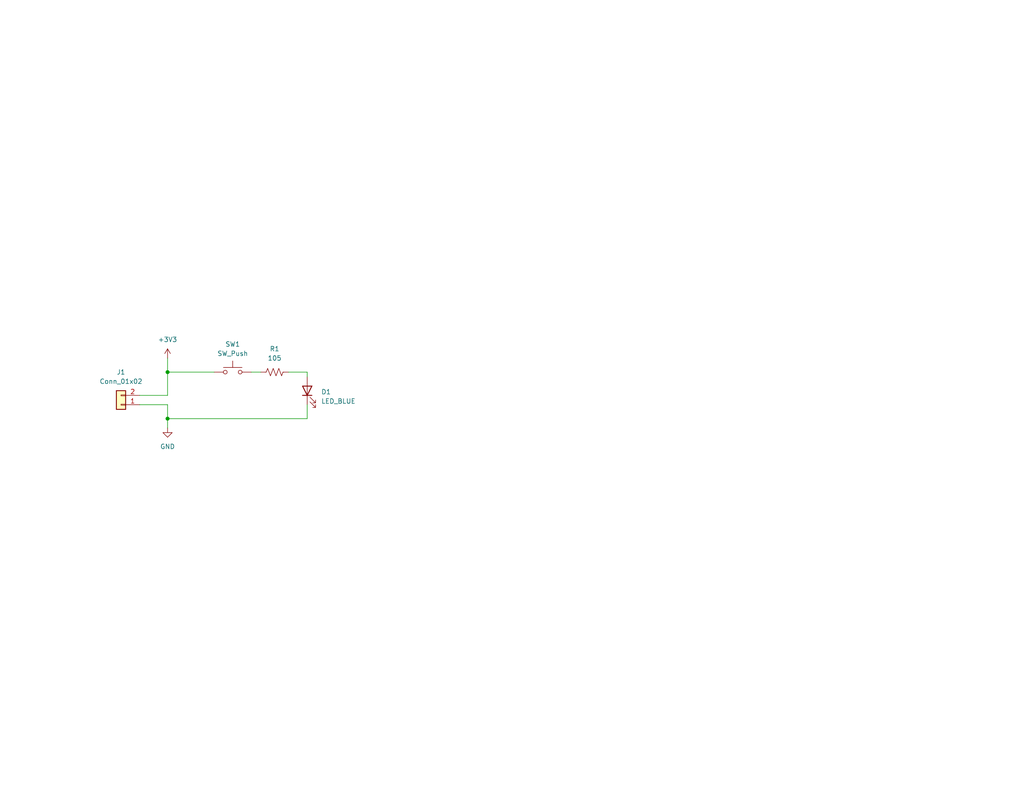
<source format=kicad_sch>
(kicad_sch (version 20231120) (generator "eeschema") (generator_version "8.0")
  (paper "USLetter")
  (title_block (title "Template") (date "2024-09-16") (rev "0.0") (company "Illini Solar Car") (comment 1 "Designed By: Sanjiv Sainathan"))
  (lib_symbols
    (symbol "Connector_Generic:Conn_01x02" (pin_names (offset 1.016) hide)
      (property "Reference" "J" (at 0 2.54 0))
      (property "Value" "Conn_01x02" (at 0 -5.08 0))
      (symbol "Conn_01x02_1_1"
        (rectangle (start -1.27 -2.413) (end 0 -2.667) (stroke (width 0.1524)))
        (rectangle (start -1.27 0.127) (end 0 -0.127) (stroke (width 0.1524)))
        (rectangle (start -1.27 1.27) (end 1.27 -3.81) (stroke (width 0.254)) (fill (type background)))
        (pin passive line (at -5.08 0 0) (length 3.81) (name "Pin_1") (number "1"))
        (pin passive line (at -5.08 -2.54 0) (length 3.81) (name "Pin_2") (number "2"))
      )
    )
    (symbol "Device:R_US" (pin_numbers hide) (pin_names (offset 0))
      (property "Reference" "R" (at 2.54 0 90))
      (property "Value" "R_US" (at -2.54 0 90))
      (symbol "R_US_0_1"
        (polyline (pts (xy 0 -2.286) (xy 0 -2.54)))
        (polyline (pts (xy 0 2.286) (xy 0 2.54)))
        (polyline (pts (xy 0 -0.762) (xy 1.016 -1.143) (xy 0 -1.524) (xy -1.016 -1.905) (xy 0 -2.286)))
        (polyline (pts (xy 0 0.762) (xy 1.016 0.381) (xy 0 0) (xy -1.016 -0.381) (xy 0 -0.762)))
        (polyline (pts (xy 0 2.286) (xy 1.016 1.905) (xy 0 1.524) (xy -1.016 1.143) (xy 0 0.762)))
      )
      (symbol "R_US_1_1"
        (pin passive line (at 0 3.81 270) (length 1.27) (name "~") (number "1"))
        (pin passive line (at 0 -3.81 90) (length 1.27) (name "~") (number "2"))
      )
    )
    (symbol "Switch:SW_Push" (pin_numbers hide) (pin_names (offset 1.016) hide)
      (property "Reference" "SW" (at 1.27 2.54 0))
      (property "Value" "SW_Push" (at 0 -1.524 0))
      (symbol "SW_Push_0_1"
        (circle (center -2.032 0) (radius 0.508))
        (polyline (pts (xy 0 1.27) (xy 0 3.048)))
        (polyline (pts (xy 2.54 1.27) (xy -2.54 1.27)))
        (circle (center 2.032 0) (radius 0.508))
        (pin passive line (at -5.08 0 0) (length 2.54) (name "1") (number "1"))
        (pin passive line (at 5.08 0 180) (length 2.54) (name "2") (number "2"))
      )
    )
    (symbol "device:LED" (pin_numbers hide) (pin_names (offset 1.016) hide)
      (property "Reference" "D" (at 0 2.54 0))
      (property "Value" "LED" (at 0 -2.54 0))
      (symbol "LED_0_1"
        (polyline (pts (xy -1.27 -1.27) (xy -1.27 1.27)) (stroke (width 0.254)))
        (polyline (pts (xy -1.27 0) (xy 1.27 0)))
        (polyline (pts (xy 1.27 -1.27) (xy 1.27 1.27) (xy -1.27 0) (xy 1.27 -1.27)) (stroke (width 0.254)))
        (polyline (pts (xy -3.048 -0.762) (xy -4.572 -2.286) (xy -3.81 -2.286) (xy -4.572 -2.286) (xy -4.572 -1.524)))
        (polyline (pts (xy -1.778 -0.762) (xy -3.302 -2.286) (xy -2.54 -2.286) (xy -3.302 -2.286) (xy -3.302 -1.524)))
      )
      (symbol "LED_1_1"
        (pin passive line (at -3.81 0 0) (length 2.54) (name "K") (number "1"))
        (pin passive line (at 3.81 0 180) (length 2.54) (name "A") (number "2"))
      )
    )
    (symbol "power:+3V3" (power) (pin_names (offset 0))
      (property "Value" "+3V3" (at 0 3.556 0))
      (symbol "+3V3_0_1"
        (polyline (pts (xy -0.762 1.27) (xy 0 2.54)))
        (polyline (pts (xy 0 0) (xy 0 2.54)))
        (polyline (pts (xy 0 2.54) (xy 0.762 1.27)))
      )
      (symbol "+3V3_1_1"
        (pin power_in line (at 0 0 90) (length 0) hide (name "+3V3") (number "1"))
      )
    )
    (symbol "power:GND" (power) (pin_names (offset 0))
      (property "Value" "GND" (at 0 -3.81 0))
      (symbol "GND_0_1"
        (polyline (pts (xy 0 0) (xy 0 -1.27) (xy 1.27 -1.27) (xy 0 -2.54) (xy -1.27 -1.27) (xy 0 -1.27)))
      )
      (symbol "GND_1_1"
        (pin power_in line (at 0 0 270) (length 0) hide (name "GND") (number "1"))
      )
    )
  )
  (junction (at 45.72 114.3))
  (junction (at 45.72 101.6))
  (wire (pts (xy 83.82 110.49) (xy 83.82 114.3)))
  (wire (pts (xy 45.72 97.79) (xy 45.72 101.6)))
  (wire (pts (xy 83.82 101.6) (xy 83.82 102.87)))
  (wire (pts (xy 83.82 114.3) (xy 45.72 114.3)))
  (wire (pts (xy 45.72 114.3) (xy 45.72 116.84)))
  (wire (pts (xy 45.72 101.6) (xy 45.72 107.95)))
  (wire (pts (xy 45.72 101.6) (xy 58.42 101.6)))
  (wire (pts (xy 38.1 107.95) (xy 45.72 107.95)))
  (wire (pts (xy 68.58 101.6) (xy 71.12 101.6)))
  (wire (pts (xy 78.74 101.6) (xy 83.82 101.6)))
  (wire (pts (xy 45.72 110.49) (xy 38.1 110.49)))
  (wire (pts (xy 45.72 114.3) (xy 45.72 110.49)))
  (symbol (lib_id "power:GND") (at 45.72 116.84 0) (unit 1)
    (property "Reference" "#PWR02" (effects (hide yes)))
    (property "Value" "GND" (at 45.72 121.92 0))
    (property "Description" "Power symbol creates a global label with name \"GND\" , ground" (effects (hide yes)))
  )
  (symbol (lib_id "Device:R_US") (at 74.93 101.6 90) (unit 1)
    (property "Reference" "R1" (at 74.93 95.25 90))
    (property "Value" "105" (at 74.93 97.79 90))
    (property "Footprint" "Resistor_SMD:R_0201_0603Metric_Pad0.64x0.40mm_HandSolder" (effects (hide yes)))
    (property "Description" "Resistor, US symbol" (effects (hide yes)))
  )
  (symbol (lib_id "device:LED") (at 83.82 106.68 90) (unit 1)
    (property "Reference" "D1" (at 87.63 106.9974 90) (effects (justify right)))
    (property "Value" "LED_BLUE" (at 87.63 109.5374 90) (effects (justify right)))
    (property "Footprint" "layout:LED_0603_Symbol_on_F.SilkS" (effects (hide yes)))
    (property "Description" "Light emitting diode" (effects (hide yes)))
  )
  (symbol (lib_id "Connector_Generic:Conn_01x02") (at 33.02 110.49 180) (unit 1)
    (property "Reference" "J1" (at 33.02 101.6 0))
    (property "Value" "Conn_01x02" (at 33.02 104.14 0))
    (property "Footprint" "Connector_Molex:Molex_KK-254_AE-6410-02A_1x02_P2.54mm_Vertical" (effects (hide yes)))
    (property "Description" "Generic connector, single row, 01x02, script generated (kicad-library-utils/schlib/autogen/connector/)" (effects (hide yes)))
    (property "MPN" "022272021" (effects (hide yes)))
  )
  (symbol (lib_id "power:+3V3") (at 45.72 97.79 0) (unit 1)
    (property "Reference" "#PWR01" (effects (hide yes)))
    (property "Value" "+3V3" (at 45.72 92.71 0))
    (property "Description" "Power symbol creates a global label with name \"+3V3\"" (effects (hide yes)))
  )
  (symbol (lib_id "Switch:SW_Push") (at 63.5 101.6 0) (unit 1)
    (property "Reference" "SW1" (at 63.5 93.98 0))
    (property "Value" "SW_Push" (at 63.5 96.52 0))
    (property "Footprint" "Button_Switch_SMD:SW_DIP_SPSTx01_Slide_6.7x4.1mm_W8.61mm_P2.54mm_LowProfile" (effects (hide yes)))
    (property "Description" "Push button switch, generic, two pins" (effects (hide yes)))
    (property "MPN" "1825910-6" (effects (hide yes)))
  )
)
</source>
